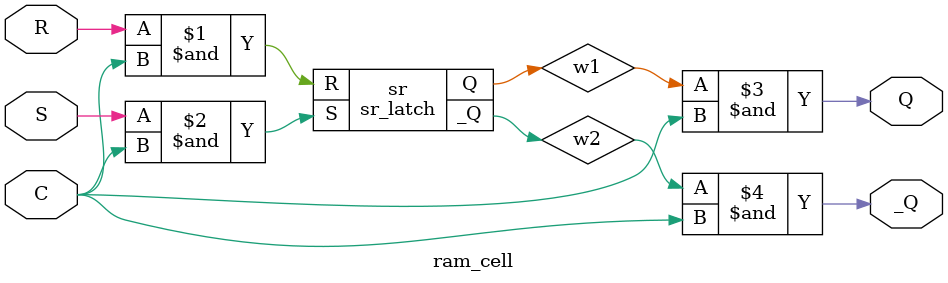
<source format=v>
module sr_latch(output Q, output _Q, input R, input S);
	nor(Q, R, _Q);
	nor(_Q, S, Q);
endmodule

module ram_cell(output Q, output _Q, input R, input S, input C);
	wire w1, w2;
	sr_latch sr(w1, w2, R & C, S & C);
	assign Q = w1 & C;
	assign _Q = w2 & C;
endmodule

</source>
